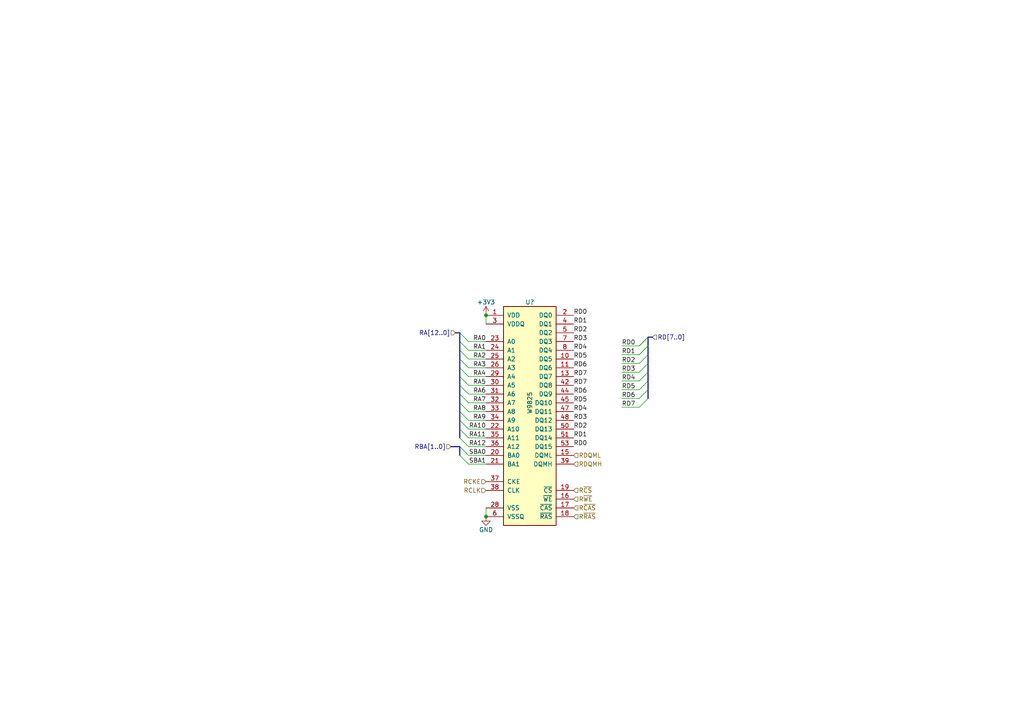
<source format=kicad_sch>
(kicad_sch (version 20211123) (generator eeschema)
  (paper "A4")
  (lib_symbols
    (symbol "GW_RAM:SDRAM-16Mx16-TSOP2-54" (pin_names (offset 1.016))
      (property "Reference" "U" (at 0 29.21 0))
      (property "Value" "SDRAM-16Mx16-TSOP2-54" (at 0 0 90))
      (symbol "SDRAM-16Mx16-TSOP2-54_0_1"
        (rectangle (start -7.62 27.94) (end 7.62 -35.56) (stroke (width 0.254)) (fill (type background)))
      )
      (symbol "SDRAM-16Mx16-TSOP2-54_1_1"
        (pin power_in line (at -12.7 25.4 0) (length 5.08) (name "VDD") (number "1"))
        (pin bidirectional line (at 12.7 12.7 180) (length 5.08) (name "DQ5") (number "10"))
        (pin bidirectional line (at 12.7 10.16 180) (length 5.08) (name "DQ6") (number "11"))
        (pin power_in line (at -12.7 -33.02 0) (length 5.08) hide (name "VSSQ") (number "12"))
        (pin bidirectional line (at 12.7 7.62 180) (length 5.08) (name "DQ7") (number "13"))
        (pin power_in line (at -12.7 25.4 0) (length 5.08) hide (name "VDD") (number "14"))
        (pin input line (at 12.7 -15.24 180) (length 5.08) (name "DQML") (number "15"))
        (pin input line (at 12.7 -27.94 180) (length 5.08) (name "~{WE}") (number "16"))
        (pin input line (at 12.7 -30.48 180) (length 5.08) (name "~{CAS}") (number "17"))
        (pin input line (at 12.7 -33.02 180) (length 5.08) (name "~{RAS}") (number "18"))
        (pin input line (at 12.7 -25.4 180) (length 5.08) (name "~{CS}") (number "19"))
        (pin bidirectional line (at 12.7 25.4 180) (length 5.08) (name "DQ0") (number "2"))
        (pin input line (at -12.7 -15.24 0) (length 5.08) (name "BA0") (number "20"))
        (pin input line (at -12.7 -17.78 0) (length 5.08) (name "BA1") (number "21"))
        (pin input line (at -12.7 -7.62 0) (length 5.08) (name "A10") (number "22"))
        (pin input line (at -12.7 17.78 0) (length 5.08) (name "A0") (number "23"))
        (pin input line (at -12.7 15.24 0) (length 5.08) (name "A1") (number "24"))
        (pin input line (at -12.7 12.7 0) (length 5.08) (name "A2") (number "25"))
        (pin input line (at -12.7 10.16 0) (length 5.08) (name "A3") (number "26"))
        (pin power_in line (at -12.7 25.4 0) (length 5.08) hide (name "VDD") (number "27"))
        (pin power_in line (at -12.7 -30.48 0) (length 5.08) (name "VSS") (number "28"))
        (pin input line (at -12.7 7.62 0) (length 5.08) (name "A4") (number "29"))
        (pin power_in line (at -12.7 22.86 0) (length 5.08) (name "VDDQ") (number "3"))
        (pin input line (at -12.7 5.08 0) (length 5.08) (name "A5") (number "30"))
        (pin input line (at -12.7 2.54 0) (length 5.08) (name "A6") (number "31"))
        (pin input line (at -12.7 0 0) (length 5.08) (name "A7") (number "32"))
        (pin input line (at -12.7 -2.54 0) (length 5.08) (name "A8") (number "33"))
        (pin input line (at -12.7 -5.08 0) (length 5.08) (name "A9") (number "34"))
        (pin input line (at -12.7 -10.16 0) (length 5.08) (name "A11") (number "35"))
        (pin input line (at -12.7 -12.7 0) (length 5.08) (name "A12") (number "36"))
        (pin input line (at -12.7 -22.86 0) (length 5.08) (name "CKE") (number "37"))
        (pin input line (at -12.7 -25.4 0) (length 5.08) (name "CLK") (number "38"))
        (pin input line (at 12.7 -17.78 180) (length 5.08) (name "DQMH") (number "39"))
        (pin bidirectional line (at 12.7 22.86 180) (length 5.08) (name "DQ1") (number "4"))
        (pin power_in line (at -12.7 -30.48 0) (length 5.08) hide (name "VSS") (number "41"))
        (pin bidirectional line (at 12.7 5.08 180) (length 5.08) (name "DQ8") (number "42"))
        (pin power_in line (at -12.7 22.86 0) (length 5.08) hide (name "VDDQ") (number "43"))
        (pin bidirectional line (at 12.7 2.54 180) (length 5.08) (name "DQ9") (number "44"))
        (pin bidirectional line (at 12.7 0 180) (length 5.08) (name "DQ10") (number "45"))
        (pin power_in line (at -12.7 -33.02 0) (length 5.08) hide (name "VSSQ") (number "46"))
        (pin bidirectional line (at 12.7 -2.54 180) (length 5.08) (name "DQ11") (number "47"))
        (pin bidirectional line (at 12.7 -5.08 180) (length 5.08) (name "DQ12") (number "48"))
        (pin power_in line (at -12.7 22.86 0) (length 5.08) hide (name "VDDQ") (number "49"))
        (pin bidirectional line (at 12.7 20.32 180) (length 5.08) (name "DQ2") (number "5"))
        (pin bidirectional line (at 12.7 -7.62 180) (length 5.08) (name "DQ13") (number "50"))
        (pin bidirectional line (at 12.7 -10.16 180) (length 5.08) (name "DQ14") (number "51"))
        (pin power_in line (at -12.7 -33.02 0) (length 5.08) hide (name "VSSQ") (number "52"))
        (pin bidirectional line (at 12.7 -12.7 180) (length 5.08) (name "DQ15") (number "53"))
        (pin power_in line (at -12.7 -30.48 0) (length 5.08) hide (name "VSS") (number "54"))
        (pin power_in line (at -12.7 -33.02 0) (length 5.08) (name "VSSQ") (number "6"))
        (pin bidirectional line (at 12.7 17.78 180) (length 5.08) (name "DQ3") (number "7"))
        (pin bidirectional line (at 12.7 15.24 180) (length 5.08) (name "DQ4") (number "8"))
        (pin power_in line (at -12.7 22.86 0) (length 5.08) hide (name "VDDQ") (number "9"))
      )
    )
    (symbol "power:+3V3" (power) (pin_names (offset 0))
      (property "Value" "+3V3" (at 0 3.556 0))
      (symbol "+3V3_0_1"
        (polyline (pts (xy -0.762 1.27) (xy 0 2.54)))
        (polyline (pts (xy 0 0) (xy 0 2.54)))
        (polyline (pts (xy 0 2.54) (xy 0.762 1.27)))
      )
      (symbol "+3V3_1_1"
        (pin power_in line (at 0 0 90) (length 0) hide (name "+3V3") (number "1"))
      )
    )
    (symbol "power:GND" (power) (pin_names (offset 0))
      (property "Value" "GND" (at 0 -3.81 0))
      (symbol "GND_0_1"
        (polyline (pts (xy 0 0) (xy 0 -1.27) (xy 1.27 -1.27) (xy 0 -2.54) (xy -1.27 -1.27) (xy 0 -1.27)))
      )
      (symbol "GND_1_1"
        (pin power_in line (at 0 0 270) (length 0) hide (name "GND") (number "1"))
      )
    )
  )
  (junction (at 140.97 91.44))
  (junction (at 140.97 149.86))
  (bus_entry (at 135.89 114.3) (size -2.54 -2.54))
  (bus_entry (at 133.35 121.92) (size 2.54 2.54))
  (bus_entry (at 135.89 109.22) (size -2.54 -2.54))
  (bus_entry (at 185.42 102.87) (size 2.54 -2.54))
  (bus_entry (at 133.35 124.46) (size 2.54 2.54))
  (bus_entry (at 133.35 116.84) (size 2.54 2.54))
  (bus_entry (at 185.42 100.33) (size 2.54 -2.54))
  (bus_entry (at 133.35 119.38) (size 2.54 2.54))
  (bus_entry (at 185.42 100.33) (size 2.54 -2.54))
  (bus_entry (at 135.89 104.14) (size -2.54 -2.54))
  (bus_entry (at 185.42 115.57) (size 2.54 -2.54))
  (bus_entry (at 185.42 102.87) (size 2.54 -2.54))
  (bus_entry (at 133.35 132.08) (size 2.54 2.54))
  (bus_entry (at 133.35 127) (size 2.54 2.54))
  (bus_entry (at 135.89 111.76) (size -2.54 -2.54))
  (bus_entry (at 133.35 129.54) (size 2.54 2.54))
  (bus_entry (at 135.89 116.84) (size -2.54 -2.54))
  (bus_entry (at 185.42 107.95) (size 2.54 -2.54))
  (bus_entry (at 135.89 106.68) (size -2.54 -2.54))
  (bus_entry (at 135.89 101.6) (size -2.54 -2.54))
  (bus_entry (at 185.42 113.03) (size 2.54 -2.54))
  (bus_entry (at 185.42 110.49) (size 2.54 -2.54))
  (bus_entry (at 185.42 105.41) (size 2.54 -2.54))
  (bus_entry (at 185.42 118.11) (size 2.54 -2.54))
  (bus_entry (at 133.35 96.52) (size 2.54 2.54))
  (bus (pts (xy 133.35 99.06) (xy 133.35 101.6)))
  (wire (pts (xy 140.97 127) (xy 135.89 127)))
  (bus (pts (xy 133.35 124.46) (xy 133.35 127)))
  (wire (pts (xy 180.34 110.49) (xy 185.42 110.49)))
  (wire (pts (xy 140.97 114.3) (xy 135.89 114.3)))
  (wire (pts (xy 140.97 119.38) (xy 135.89 119.38)))
  (bus (pts (xy 133.35 111.76) (xy 133.35 114.3)))
  (bus (pts (xy 133.35 96.52) (xy 132.08 96.52)))
  (bus (pts (xy 187.96 107.95) (xy 187.96 110.49)))
  (wire (pts (xy 140.97 129.54) (xy 135.89 129.54)))
  (wire (pts (xy 180.34 113.03) (xy 185.42 113.03)))
  (bus (pts (xy 187.96 102.87) (xy 187.96 105.41)))
  (wire (pts (xy 140.97 134.62) (xy 135.89 134.62)))
  (wire (pts (xy 180.34 105.41) (xy 185.42 105.41)))
  (wire (pts (xy 180.34 115.57) (xy 185.42 115.57)))
  (wire (pts (xy 140.97 109.22) (xy 135.89 109.22)))
  (bus (pts (xy 133.35 119.38) (xy 133.35 121.92)))
  (bus (pts (xy 187.96 97.79) (xy 189.23 97.79)))
  (bus (pts (xy 133.35 101.6) (xy 133.35 104.14)))
  (bus (pts (xy 187.96 100.33) (xy 187.96 102.87)))
  (bus (pts (xy 133.35 121.92) (xy 133.35 124.46)))
  (bus (pts (xy 133.35 106.68) (xy 133.35 109.22)))
  (bus (pts (xy 133.35 109.22) (xy 133.35 111.76)))
  (wire (pts (xy 140.97 104.14) (xy 135.89 104.14)))
  (wire (pts (xy 140.97 99.06) (xy 135.89 99.06)))
  (bus (pts (xy 133.35 114.3) (xy 133.35 116.84)))
  (wire (pts (xy 140.97 111.76) (xy 135.89 111.76)))
  (bus (pts (xy 187.96 110.49) (xy 187.96 113.03)))
  (bus (pts (xy 130.81 129.54) (xy 133.35 129.54)))
  (bus (pts (xy 187.96 113.03) (xy 187.96 115.57)))
  (wire (pts (xy 140.97 132.08) (xy 135.89 132.08)))
  (wire (pts (xy 180.34 107.95) (xy 185.42 107.95)))
  (wire (pts (xy 180.34 102.87) (xy 185.42 102.87)))
  (bus (pts (xy 133.35 104.14) (xy 133.35 106.68)))
  (bus (pts (xy 133.35 132.08) (xy 133.35 129.54)))
  (wire (pts (xy 140.97 121.92) (xy 135.89 121.92)))
  (wire (pts (xy 140.97 91.44) (xy 140.97 93.98)))
  (bus (pts (xy 133.35 116.84) (xy 133.35 119.38)))
  (wire (pts (xy 140.97 101.6) (xy 135.89 101.6)))
  (wire (pts (xy 180.34 100.33) (xy 185.42 100.33)))
  (bus (pts (xy 133.35 96.52) (xy 133.35 99.06)))
  (wire (pts (xy 180.34 118.11) (xy 185.42 118.11)))
  (wire (pts (xy 140.97 149.86) (xy 140.97 147.32)))
  (bus (pts (xy 187.96 105.41) (xy 187.96 107.95)))
  (wire (pts (xy 140.97 116.84) (xy 135.89 116.84)))
  (bus (pts (xy 187.96 97.79) (xy 187.96 100.33)))
  (wire (pts (xy 140.97 106.68) (xy 135.89 106.68)))
  (wire (pts (xy 140.97 124.46) (xy 135.89 124.46)))
  (label "RD3" (at 180.34 107.95 0))
  (label "RD2" (at 166.37 124.46 0))
  (label "RD6" (at 180.34 115.57 0))
  (label "RD4" (at 166.37 101.6 0))
  (label "RD1" (at 166.37 127 0))
  (label "RA2" (at 140.97 104.14 180))
  (label "RD2" (at 166.37 96.52 0))
  (label "RD6" (at 166.37 114.3 0))
  (label "RD7" (at 166.37 109.22 0))
  (label "RA1" (at 140.97 101.6 180))
  (label "RA9" (at 140.97 121.92 180))
  (label "RA6" (at 140.97 114.3 180))
  (label "SBA0" (at 140.97 132.08 180))
  (label "RD4" (at 180.34 110.49 0))
  (label "RD4" (at 166.37 119.38 0))
  (label "RD2" (at 180.34 105.41 0))
  (label "RD7" (at 166.37 111.76 0))
  (label "RD3" (at 166.37 121.92 0))
  (label "RD0" (at 166.37 129.54 0))
  (label "RA4" (at 140.97 109.22 180))
  (label "RD5" (at 180.34 113.03 0))
  (label "RD1" (at 180.34 102.87 0))
  (label "RD5" (at 166.37 104.14 0))
  (label "RD7" (at 180.34 118.11 0))
  (label "RD3" (at 166.37 99.06 0))
  (label "RA7" (at 140.97 116.84 180))
  (label "RA12" (at 140.97 129.54 180))
  (label "RD0" (at 180.34 100.33 0))
  (label "RD1" (at 166.37 93.98 0))
  (label "RA8" (at 140.97 119.38 180))
  (label "RA5" (at 140.97 111.76 180))
  (label "SBA1" (at 140.97 134.62 180))
  (label "RA3" (at 140.97 106.68 180))
  (label "RD0" (at 166.37 91.44 0))
  (label "RA11" (at 140.97 127 180))
  (label "RA10" (at 140.97 124.46 180))
  (label "RD6" (at 166.37 106.68 0))
  (label "RD5" (at 166.37 116.84 0))
  (label "RA0" (at 140.97 99.06 180))
  (hierarchical_label "RBA[1..0]" (shape input) (at 130.81 129.54 180))
  (hierarchical_label "RD[7..0]" (shape input) (at 189.23 97.79 0))
  (hierarchical_label "RCKE" (shape input) (at 140.97 139.7 180))
  (hierarchical_label "R~{WE}" (shape input) (at 166.37 144.78 0))
  (hierarchical_label "RCLK" (shape input) (at 140.97 142.24 180))
  (hierarchical_label "RA[12..0]" (shape input) (at 132.08 96.52 180))
  (hierarchical_label "RDQMH" (shape input) (at 166.37 134.62 0))
  (hierarchical_label "RDQML" (shape input) (at 166.37 132.08 0))
  (hierarchical_label "R~{CAS}" (shape input) (at 166.37 147.32 0))
  (hierarchical_label "R~{CS}" (shape input) (at 166.37 142.24 0))
  (hierarchical_label "R~{RAS}" (shape input) (at 166.37 149.86 0))
  (symbol (lib_id "power:+3V3") (at 140.97 91.44 0) (unit 1)
    (property "Reference" "#PWR?" (effects hide))
    (property "Value" "+3V3" (at 140.97 87.63 0))
  )
  (symbol (lib_id "GW_RAM:SDRAM-16Mx16-TSOP2-54") (at 153.67 116.84 0) (unit 1)
    (property "Reference" "U?" (at 153.67 87.63 0))
    (property "Value" "W9825" (at 153.67 116.84 90))
    (property "Footprint" "stdpads:TSOP-II-54_22.2x10.16mm_P0.8mm" (effects hide))
    (property "LCSC Part" "C62246" (effects hide))
  )
  (symbol (lib_id "power:GND") (at 140.97 149.86 0) (unit 1)
    (property "Reference" "#PWR?" (effects hide))
    (property "Value" "GND" (at 140.97 153.67 0))
  )
)
</source>
